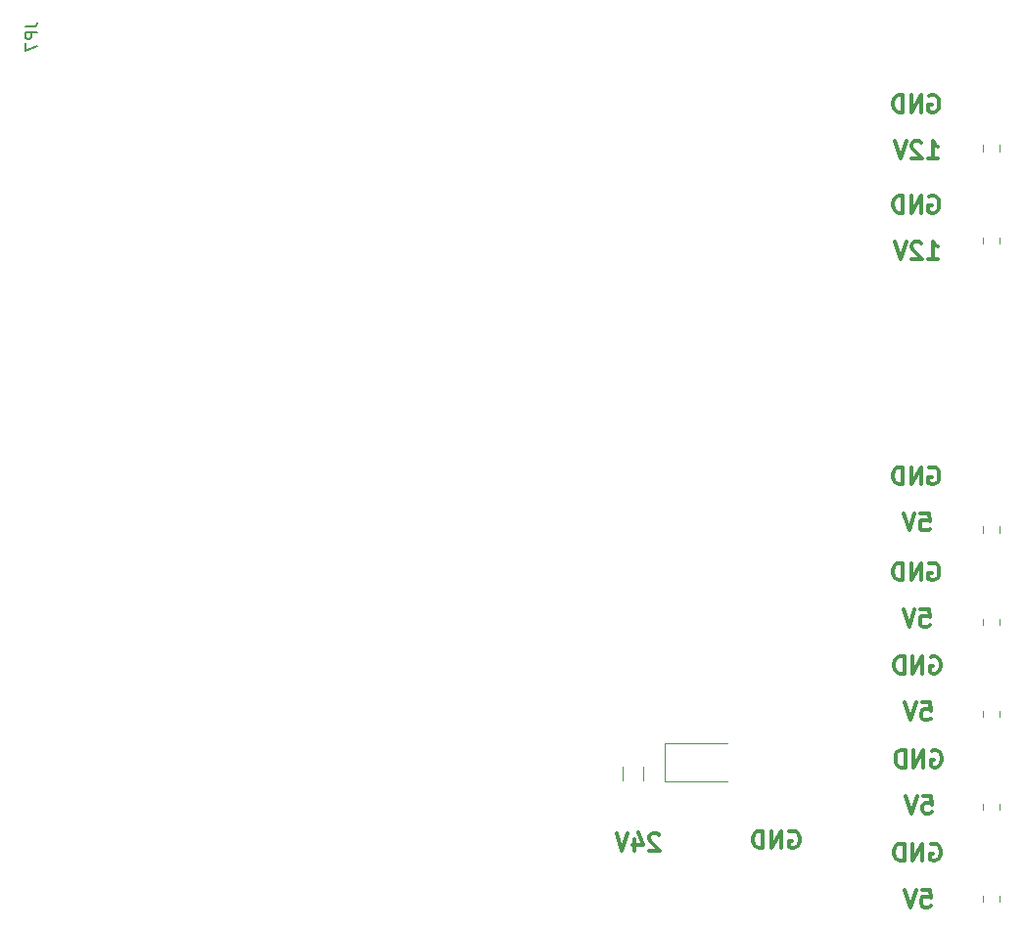
<source format=gbr>
G04 #@! TF.GenerationSoftware,KiCad,Pcbnew,5.0.2-bee76a0~70~ubuntu18.04.1*
G04 #@! TF.CreationDate,2020-03-10T15:21:39+01:00*
G04 #@! TF.ProjectId,myo_shield_pcb,6d796f5f-7368-4696-956c-645f7063622e,rev?*
G04 #@! TF.SameCoordinates,Original*
G04 #@! TF.FileFunction,Legend,Bot*
G04 #@! TF.FilePolarity,Positive*
%FSLAX46Y46*%
G04 Gerber Fmt 4.6, Leading zero omitted, Abs format (unit mm)*
G04 Created by KiCad (PCBNEW 5.0.2-bee76a0~70~ubuntu18.04.1) date Di 10 Mär 2020 15:21:39 CET*
%MOMM*%
%LPD*%
G01*
G04 APERTURE LIST*
%ADD10C,0.300000*%
%ADD11C,0.120000*%
%ADD12C,0.150000*%
G04 APERTURE END LIST*
D10*
X166285714Y-123421428D02*
X166214285Y-123350000D01*
X166071428Y-123278571D01*
X165714285Y-123278571D01*
X165571428Y-123350000D01*
X165500000Y-123421428D01*
X165428571Y-123564285D01*
X165428571Y-123707142D01*
X165500000Y-123921428D01*
X166357142Y-124778571D01*
X165428571Y-124778571D01*
X164142857Y-123778571D02*
X164142857Y-124778571D01*
X164500000Y-123207142D02*
X164857142Y-124278571D01*
X163928571Y-124278571D01*
X163571428Y-123278571D02*
X163071428Y-124778571D01*
X162571428Y-123278571D01*
X177542857Y-123150000D02*
X177685714Y-123078571D01*
X177900000Y-123078571D01*
X178114285Y-123150000D01*
X178257142Y-123292857D01*
X178328571Y-123435714D01*
X178400000Y-123721428D01*
X178400000Y-123935714D01*
X178328571Y-124221428D01*
X178257142Y-124364285D01*
X178114285Y-124507142D01*
X177900000Y-124578571D01*
X177757142Y-124578571D01*
X177542857Y-124507142D01*
X177471428Y-124435714D01*
X177471428Y-123935714D01*
X177757142Y-123935714D01*
X176828571Y-124578571D02*
X176828571Y-123078571D01*
X175971428Y-124578571D01*
X175971428Y-123078571D01*
X175257142Y-124578571D02*
X175257142Y-123078571D01*
X174900000Y-123078571D01*
X174685714Y-123150000D01*
X174542857Y-123292857D01*
X174471428Y-123435714D01*
X174400000Y-123721428D01*
X174400000Y-123935714D01*
X174471428Y-124221428D01*
X174542857Y-124364285D01*
X174685714Y-124507142D01*
X174900000Y-124578571D01*
X175257142Y-124578571D01*
X189742857Y-124250000D02*
X189885714Y-124178571D01*
X190100000Y-124178571D01*
X190314285Y-124250000D01*
X190457142Y-124392857D01*
X190528571Y-124535714D01*
X190600000Y-124821428D01*
X190600000Y-125035714D01*
X190528571Y-125321428D01*
X190457142Y-125464285D01*
X190314285Y-125607142D01*
X190100000Y-125678571D01*
X189957142Y-125678571D01*
X189742857Y-125607142D01*
X189671428Y-125535714D01*
X189671428Y-125035714D01*
X189957142Y-125035714D01*
X189028571Y-125678571D02*
X189028571Y-124178571D01*
X188171428Y-125678571D01*
X188171428Y-124178571D01*
X187457142Y-125678571D02*
X187457142Y-124178571D01*
X187100000Y-124178571D01*
X186885714Y-124250000D01*
X186742857Y-124392857D01*
X186671428Y-124535714D01*
X186600000Y-124821428D01*
X186600000Y-125035714D01*
X186671428Y-125321428D01*
X186742857Y-125464285D01*
X186885714Y-125607142D01*
X187100000Y-125678571D01*
X187457142Y-125678571D01*
X188985714Y-128178571D02*
X189700000Y-128178571D01*
X189771428Y-128892857D01*
X189700000Y-128821428D01*
X189557142Y-128750000D01*
X189200000Y-128750000D01*
X189057142Y-128821428D01*
X188985714Y-128892857D01*
X188914285Y-129035714D01*
X188914285Y-129392857D01*
X188985714Y-129535714D01*
X189057142Y-129607142D01*
X189200000Y-129678571D01*
X189557142Y-129678571D01*
X189700000Y-129607142D01*
X189771428Y-129535714D01*
X188485714Y-128178571D02*
X187985714Y-129678571D01*
X187485714Y-128178571D01*
X189842857Y-116150000D02*
X189985714Y-116078571D01*
X190200000Y-116078571D01*
X190414285Y-116150000D01*
X190557142Y-116292857D01*
X190628571Y-116435714D01*
X190700000Y-116721428D01*
X190700000Y-116935714D01*
X190628571Y-117221428D01*
X190557142Y-117364285D01*
X190414285Y-117507142D01*
X190200000Y-117578571D01*
X190057142Y-117578571D01*
X189842857Y-117507142D01*
X189771428Y-117435714D01*
X189771428Y-116935714D01*
X190057142Y-116935714D01*
X189128571Y-117578571D02*
X189128571Y-116078571D01*
X188271428Y-117578571D01*
X188271428Y-116078571D01*
X187557142Y-117578571D02*
X187557142Y-116078571D01*
X187200000Y-116078571D01*
X186985714Y-116150000D01*
X186842857Y-116292857D01*
X186771428Y-116435714D01*
X186700000Y-116721428D01*
X186700000Y-116935714D01*
X186771428Y-117221428D01*
X186842857Y-117364285D01*
X186985714Y-117507142D01*
X187200000Y-117578571D01*
X187557142Y-117578571D01*
X189085714Y-120078571D02*
X189800000Y-120078571D01*
X189871428Y-120792857D01*
X189800000Y-120721428D01*
X189657142Y-120650000D01*
X189300000Y-120650000D01*
X189157142Y-120721428D01*
X189085714Y-120792857D01*
X189014285Y-120935714D01*
X189014285Y-121292857D01*
X189085714Y-121435714D01*
X189157142Y-121507142D01*
X189300000Y-121578571D01*
X189657142Y-121578571D01*
X189800000Y-121507142D01*
X189871428Y-121435714D01*
X188585714Y-120078571D02*
X188085714Y-121578571D01*
X187585714Y-120078571D01*
X189742857Y-108050000D02*
X189885714Y-107978571D01*
X190100000Y-107978571D01*
X190314285Y-108050000D01*
X190457142Y-108192857D01*
X190528571Y-108335714D01*
X190600000Y-108621428D01*
X190600000Y-108835714D01*
X190528571Y-109121428D01*
X190457142Y-109264285D01*
X190314285Y-109407142D01*
X190100000Y-109478571D01*
X189957142Y-109478571D01*
X189742857Y-109407142D01*
X189671428Y-109335714D01*
X189671428Y-108835714D01*
X189957142Y-108835714D01*
X189028571Y-109478571D02*
X189028571Y-107978571D01*
X188171428Y-109478571D01*
X188171428Y-107978571D01*
X187457142Y-109478571D02*
X187457142Y-107978571D01*
X187100000Y-107978571D01*
X186885714Y-108050000D01*
X186742857Y-108192857D01*
X186671428Y-108335714D01*
X186600000Y-108621428D01*
X186600000Y-108835714D01*
X186671428Y-109121428D01*
X186742857Y-109264285D01*
X186885714Y-109407142D01*
X187100000Y-109478571D01*
X187457142Y-109478571D01*
X188985714Y-111978571D02*
X189700000Y-111978571D01*
X189771428Y-112692857D01*
X189700000Y-112621428D01*
X189557142Y-112550000D01*
X189200000Y-112550000D01*
X189057142Y-112621428D01*
X188985714Y-112692857D01*
X188914285Y-112835714D01*
X188914285Y-113192857D01*
X188985714Y-113335714D01*
X189057142Y-113407142D01*
X189200000Y-113478571D01*
X189557142Y-113478571D01*
X189700000Y-113407142D01*
X189771428Y-113335714D01*
X188485714Y-111978571D02*
X187985714Y-113478571D01*
X187485714Y-111978571D01*
X189642857Y-99950000D02*
X189785714Y-99878571D01*
X190000000Y-99878571D01*
X190214285Y-99950000D01*
X190357142Y-100092857D01*
X190428571Y-100235714D01*
X190500000Y-100521428D01*
X190500000Y-100735714D01*
X190428571Y-101021428D01*
X190357142Y-101164285D01*
X190214285Y-101307142D01*
X190000000Y-101378571D01*
X189857142Y-101378571D01*
X189642857Y-101307142D01*
X189571428Y-101235714D01*
X189571428Y-100735714D01*
X189857142Y-100735714D01*
X188928571Y-101378571D02*
X188928571Y-99878571D01*
X188071428Y-101378571D01*
X188071428Y-99878571D01*
X187357142Y-101378571D02*
X187357142Y-99878571D01*
X187000000Y-99878571D01*
X186785714Y-99950000D01*
X186642857Y-100092857D01*
X186571428Y-100235714D01*
X186500000Y-100521428D01*
X186500000Y-100735714D01*
X186571428Y-101021428D01*
X186642857Y-101164285D01*
X186785714Y-101307142D01*
X187000000Y-101378571D01*
X187357142Y-101378571D01*
X188885714Y-103878571D02*
X189600000Y-103878571D01*
X189671428Y-104592857D01*
X189600000Y-104521428D01*
X189457142Y-104450000D01*
X189100000Y-104450000D01*
X188957142Y-104521428D01*
X188885714Y-104592857D01*
X188814285Y-104735714D01*
X188814285Y-105092857D01*
X188885714Y-105235714D01*
X188957142Y-105307142D01*
X189100000Y-105378571D01*
X189457142Y-105378571D01*
X189600000Y-105307142D01*
X189671428Y-105235714D01*
X188385714Y-103878571D02*
X187885714Y-105378571D01*
X187385714Y-103878571D01*
X189642857Y-91650000D02*
X189785714Y-91578571D01*
X190000000Y-91578571D01*
X190214285Y-91650000D01*
X190357142Y-91792857D01*
X190428571Y-91935714D01*
X190500000Y-92221428D01*
X190500000Y-92435714D01*
X190428571Y-92721428D01*
X190357142Y-92864285D01*
X190214285Y-93007142D01*
X190000000Y-93078571D01*
X189857142Y-93078571D01*
X189642857Y-93007142D01*
X189571428Y-92935714D01*
X189571428Y-92435714D01*
X189857142Y-92435714D01*
X188928571Y-93078571D02*
X188928571Y-91578571D01*
X188071428Y-93078571D01*
X188071428Y-91578571D01*
X187357142Y-93078571D02*
X187357142Y-91578571D01*
X187000000Y-91578571D01*
X186785714Y-91650000D01*
X186642857Y-91792857D01*
X186571428Y-91935714D01*
X186500000Y-92221428D01*
X186500000Y-92435714D01*
X186571428Y-92721428D01*
X186642857Y-92864285D01*
X186785714Y-93007142D01*
X187000000Y-93078571D01*
X187357142Y-93078571D01*
X188885714Y-95578571D02*
X189600000Y-95578571D01*
X189671428Y-96292857D01*
X189600000Y-96221428D01*
X189457142Y-96150000D01*
X189100000Y-96150000D01*
X188957142Y-96221428D01*
X188885714Y-96292857D01*
X188814285Y-96435714D01*
X188814285Y-96792857D01*
X188885714Y-96935714D01*
X188957142Y-97007142D01*
X189100000Y-97078571D01*
X189457142Y-97078571D01*
X189600000Y-97007142D01*
X189671428Y-96935714D01*
X188385714Y-95578571D02*
X187885714Y-97078571D01*
X187385714Y-95578571D01*
X189642857Y-68150000D02*
X189785714Y-68078571D01*
X190000000Y-68078571D01*
X190214285Y-68150000D01*
X190357142Y-68292857D01*
X190428571Y-68435714D01*
X190500000Y-68721428D01*
X190500000Y-68935714D01*
X190428571Y-69221428D01*
X190357142Y-69364285D01*
X190214285Y-69507142D01*
X190000000Y-69578571D01*
X189857142Y-69578571D01*
X189642857Y-69507142D01*
X189571428Y-69435714D01*
X189571428Y-68935714D01*
X189857142Y-68935714D01*
X188928571Y-69578571D02*
X188928571Y-68078571D01*
X188071428Y-69578571D01*
X188071428Y-68078571D01*
X187357142Y-69578571D02*
X187357142Y-68078571D01*
X187000000Y-68078571D01*
X186785714Y-68150000D01*
X186642857Y-68292857D01*
X186571428Y-68435714D01*
X186500000Y-68721428D01*
X186500000Y-68935714D01*
X186571428Y-69221428D01*
X186642857Y-69364285D01*
X186785714Y-69507142D01*
X187000000Y-69578571D01*
X187357142Y-69578571D01*
X189528571Y-73578571D02*
X190385714Y-73578571D01*
X189957142Y-73578571D02*
X189957142Y-72078571D01*
X190100000Y-72292857D01*
X190242857Y-72435714D01*
X190385714Y-72507142D01*
X188957142Y-72221428D02*
X188885714Y-72150000D01*
X188742857Y-72078571D01*
X188385714Y-72078571D01*
X188242857Y-72150000D01*
X188171428Y-72221428D01*
X188100000Y-72364285D01*
X188100000Y-72507142D01*
X188171428Y-72721428D01*
X189028571Y-73578571D01*
X188100000Y-73578571D01*
X187671428Y-72078571D02*
X187171428Y-73578571D01*
X186671428Y-72078571D01*
X189528571Y-64878571D02*
X190385714Y-64878571D01*
X189957142Y-64878571D02*
X189957142Y-63378571D01*
X190100000Y-63592857D01*
X190242857Y-63735714D01*
X190385714Y-63807142D01*
X188957142Y-63521428D02*
X188885714Y-63450000D01*
X188742857Y-63378571D01*
X188385714Y-63378571D01*
X188242857Y-63450000D01*
X188171428Y-63521428D01*
X188100000Y-63664285D01*
X188100000Y-63807142D01*
X188171428Y-64021428D01*
X189028571Y-64878571D01*
X188100000Y-64878571D01*
X187671428Y-63378571D02*
X187171428Y-64878571D01*
X186671428Y-63378571D01*
X189642857Y-59450000D02*
X189785714Y-59378571D01*
X190000000Y-59378571D01*
X190214285Y-59450000D01*
X190357142Y-59592857D01*
X190428571Y-59735714D01*
X190500000Y-60021428D01*
X190500000Y-60235714D01*
X190428571Y-60521428D01*
X190357142Y-60664285D01*
X190214285Y-60807142D01*
X190000000Y-60878571D01*
X189857142Y-60878571D01*
X189642857Y-60807142D01*
X189571428Y-60735714D01*
X189571428Y-60235714D01*
X189857142Y-60235714D01*
X188928571Y-60878571D02*
X188928571Y-59378571D01*
X188071428Y-60878571D01*
X188071428Y-59378571D01*
X187357142Y-60878571D02*
X187357142Y-59378571D01*
X187000000Y-59378571D01*
X186785714Y-59450000D01*
X186642857Y-59592857D01*
X186571428Y-59735714D01*
X186500000Y-60021428D01*
X186500000Y-60235714D01*
X186571428Y-60521428D01*
X186642857Y-60664285D01*
X186785714Y-60807142D01*
X187000000Y-60878571D01*
X187357142Y-60878571D01*
D11*
G04 #@! TO.C,F1*
X163090000Y-118689564D02*
X163090000Y-117485436D01*
X164910000Y-118689564D02*
X164910000Y-117485436D01*
G04 #@! TO.C,Dsafe1*
X166750000Y-118800000D02*
X172150000Y-118800000D01*
X166750000Y-115500000D02*
X172150000Y-115500000D01*
X166750000Y-118800000D02*
X166750000Y-115500000D01*
G04 #@! TO.C,Co31*
X194290000Y-72261252D02*
X194290000Y-71738748D01*
X195710000Y-72261252D02*
X195710000Y-71738748D01*
G04 #@! TO.C,Co30*
X194290000Y-64236252D02*
X194290000Y-63713748D01*
X195710000Y-64236252D02*
X195710000Y-63713748D01*
G04 #@! TO.C,Co29*
X194290000Y-129236252D02*
X194290000Y-128713748D01*
X195710000Y-129236252D02*
X195710000Y-128713748D01*
G04 #@! TO.C,Co28*
X194290000Y-121261252D02*
X194290000Y-120738748D01*
X195710000Y-121261252D02*
X195710000Y-120738748D01*
G04 #@! TO.C,Co27*
X194290000Y-113236252D02*
X194290000Y-112713748D01*
X195710000Y-113236252D02*
X195710000Y-112713748D01*
G04 #@! TO.C,Co26*
X194290000Y-105261252D02*
X194290000Y-104738748D01*
X195710000Y-105261252D02*
X195710000Y-104738748D01*
G04 #@! TO.C,Co25*
X194290000Y-97261252D02*
X194290000Y-96738748D01*
X195710000Y-97261252D02*
X195710000Y-96738748D01*
G04 #@! TO.C,JP7*
D12*
X111452380Y-53466666D02*
X112166666Y-53466666D01*
X112309523Y-53419047D01*
X112404761Y-53323809D01*
X112452380Y-53180952D01*
X112452380Y-53085714D01*
X112452380Y-53942857D02*
X111452380Y-53942857D01*
X111452380Y-54323809D01*
X111500000Y-54419047D01*
X111547619Y-54466666D01*
X111642857Y-54514285D01*
X111785714Y-54514285D01*
X111880952Y-54466666D01*
X111928571Y-54419047D01*
X111976190Y-54323809D01*
X111976190Y-53942857D01*
X111452380Y-54847619D02*
X111452380Y-55514285D01*
X112452380Y-55085714D01*
G04 #@! TD*
M02*

</source>
